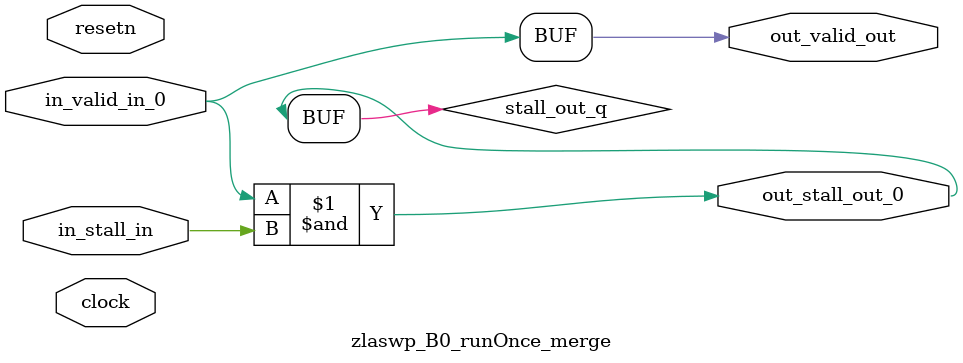
<source format=sv>



(* altera_attribute = "-name AUTO_SHIFT_REGISTER_RECOGNITION OFF; -name MESSAGE_DISABLE 10036; -name MESSAGE_DISABLE 10037; -name MESSAGE_DISABLE 14130; -name MESSAGE_DISABLE 14320; -name MESSAGE_DISABLE 15400; -name MESSAGE_DISABLE 14130; -name MESSAGE_DISABLE 10036; -name MESSAGE_DISABLE 12020; -name MESSAGE_DISABLE 12030; -name MESSAGE_DISABLE 12010; -name MESSAGE_DISABLE 12110; -name MESSAGE_DISABLE 14320; -name MESSAGE_DISABLE 13410; -name MESSAGE_DISABLE 113007; -name MESSAGE_DISABLE 10958" *)
module zlaswp_B0_runOnce_merge (
    input wire [0:0] in_stall_in,
    input wire [0:0] in_valid_in_0,
    output wire [0:0] out_stall_out_0,
    output wire [0:0] out_valid_out,
    input wire clock,
    input wire resetn
    );

    wire [0:0] stall_out_q;


    // stall_out(LOGICAL,6)
    assign stall_out_q = in_valid_in_0 & in_stall_in;

    // out_stall_out_0(GPOUT,4)
    assign out_stall_out_0 = stall_out_q;

    // out_valid_out(GPOUT,5)
    assign out_valid_out = in_valid_in_0;

endmodule

</source>
